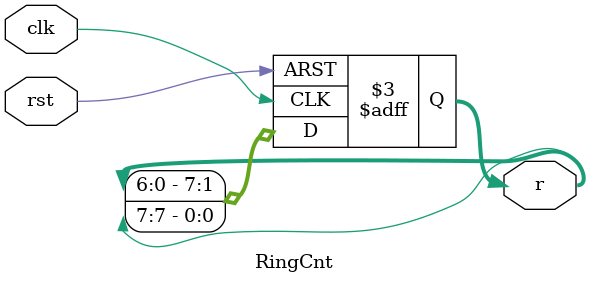
<source format=v>
`timescale 1ns / 1ps


module RingCnt(clk, rst, r);
input clk;
input rst;
output reg [7:0]r;

always @(posedge clk or negedge rst)
    if (~rst)
        r <= 8'b01101110;
    else begin
        r[0] <= r[7];
        r[1] <= r[0];
        r[2] <= r[1];
        r[3] <= r[2];
        r[4] <= r[3];
        r[5] <= r[4];
        r[6] <= r[5];
        r[7] <= r[6];
    end

endmodule

</source>
